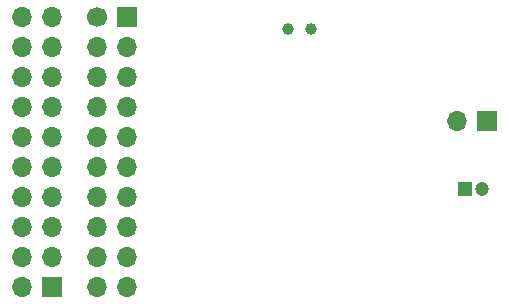
<source format=gbs>
%TF.GenerationSoftware,KiCad,Pcbnew,(6.0.0-0)*%
%TF.CreationDate,2023-01-27T15:23:16+00:00*%
%TF.ProjectId,Userport RTC,55736572-706f-4727-9420-5254432e6b69,rev?*%
%TF.SameCoordinates,Original*%
%TF.FileFunction,Soldermask,Bot*%
%TF.FilePolarity,Negative*%
%FSLAX46Y46*%
G04 Gerber Fmt 4.6, Leading zero omitted, Abs format (unit mm)*
G04 Created by KiCad (PCBNEW (6.0.0-0)) date 2023-01-27 15:23:16*
%MOMM*%
%LPD*%
G01*
G04 APERTURE LIST*
%ADD10R,1.200000X1.200000*%
%ADD11C,1.200000*%
%ADD12C,1.000000*%
%ADD13R,1.700000X1.700000*%
%ADD14O,1.700000X1.700000*%
%ADD15C,1.700000*%
G04 APERTURE END LIST*
D10*
X151130000Y-92075000D03*
D11*
X152630000Y-92075000D03*
D12*
X136210000Y-78550000D03*
X138110000Y-78550000D03*
D13*
X153040000Y-86290000D03*
D14*
X150500000Y-86290000D03*
D13*
X116205000Y-100330000D03*
D14*
X113665000Y-100330000D03*
X116205000Y-97790000D03*
X113665000Y-97790000D03*
X116205000Y-95250000D03*
X113665000Y-95250000D03*
X116205000Y-92710000D03*
X113665000Y-92710000D03*
X116205000Y-90170000D03*
X113665000Y-90170000D03*
X116205000Y-87630000D03*
X113665000Y-87630000D03*
X116205000Y-85090000D03*
X113665000Y-85090000D03*
X116205000Y-82550000D03*
X113665000Y-82550000D03*
X116205000Y-80010000D03*
X113665000Y-80010000D03*
X116205000Y-77470000D03*
X113665000Y-77470000D03*
D13*
X122500000Y-77475000D03*
D15*
X119960000Y-77475000D03*
D14*
X122500000Y-80015000D03*
X119960000Y-80015000D03*
X122500000Y-82555000D03*
X119960000Y-82555000D03*
X122500000Y-85095000D03*
X119960000Y-85095000D03*
X122500000Y-87635000D03*
X119960000Y-87635000D03*
X122500000Y-90175000D03*
X119960000Y-90175000D03*
X122500000Y-92715000D03*
X119960000Y-92715000D03*
X122500000Y-95255000D03*
X119960000Y-95255000D03*
X122500000Y-97795000D03*
X119960000Y-97795000D03*
X122500000Y-100335000D03*
X119960000Y-100335000D03*
M02*

</source>
